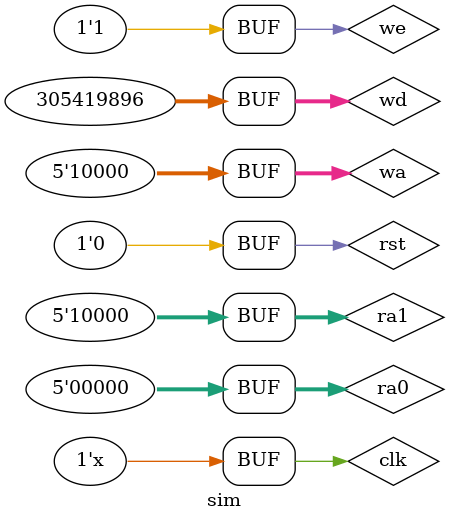
<source format=v>
`timescale 1ns / 1ps


module sim();
reg [4:0] ra0;
reg [4:0] ra1;
reg [4:0] wa;
reg [31:0] wd;
reg we,rst,clk;
wire [31:0] rd0;
wire [31:0] rd1;
RegFile RF(.ra0(ra0),.ra1(ra1),.wa(wa),.wd(wd),.we(we),.rst(rst),.clk(clk),.rd0(rd0),.rd1(rd1));
initial begin
    clk = 1'b0;rst = 1'b0;we = 1'b0;
    #5 rst = 1'b1;#5 rst = 1'b0;
    ra0 = 5'b00000;
    ra1 = 5'b10000;
    #3 we = 1'b1; wa = 5'b0_0000;wd = 32'h87654321;
    #3 we = 1'b0; 
    #3 we = 1'b1; wa = 5'b1_0000;wd = 32'h12345678;
end
always #2 clk = ~clk;
endmodule

</source>
